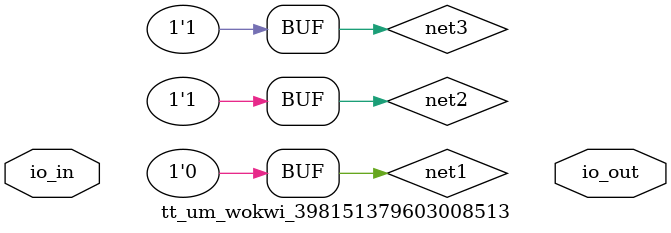
<source format=v>
/* Automatically generated from https://wokwi.com/projects/398151379603008513 */

`default_nettype none

// verilator lint_off UNUSEDSIGNAL
// verilator lint_off PINCONNECTEMPTY

module tt_um_wokwi_398151379603008513(
  input [7:0] io_in,
  output [7:0] io_out
);
  wire net1 = 1'b0;
  wire net2 = 1'b1;
  wire net3 = 1'b1;
  wire net4;
  wire net5;

  and_cell and1 (
    .a (net4),
    .b (net2),
    .out (net5)
  );
endmodule

</source>
